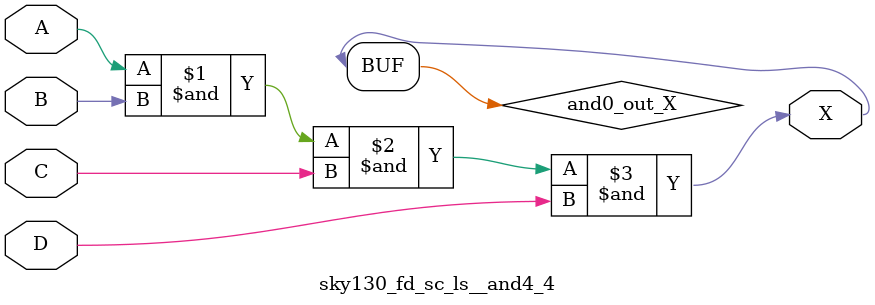
<source format=v>
/*
 * Copyright 2020 The SkyWater PDK Authors
 *
 * Licensed under the Apache License, Version 2.0 (the "License");
 * you may not use this file except in compliance with the License.
 * You may obtain a copy of the License at
 *
 *     https://www.apache.org/licenses/LICENSE-2.0
 *
 * Unless required by applicable law or agreed to in writing, software
 * distributed under the License is distributed on an "AS IS" BASIS,
 * WITHOUT WARRANTIES OR CONDITIONS OF ANY KIND, either express or implied.
 * See the License for the specific language governing permissions and
 * limitations under the License.
 *
 * SPDX-License-Identifier: Apache-2.0
*/


`ifndef SKY130_FD_SC_LS__AND4_4_FUNCTIONAL_V
`define SKY130_FD_SC_LS__AND4_4_FUNCTIONAL_V

/**
 * and4: 4-input AND.
 *
 * Verilog simulation functional model.
 */

`timescale 1ns / 1ps
`default_nettype none

`celldefine
module sky130_fd_sc_ls__and4_4 (
    X,
    A,
    B,
    C,
    D
);

    // Module ports
    output X;
    input  A;
    input  B;
    input  C;
    input  D;

    // Local signals
    wire and0_out_X;

    //  Name  Output      Other arguments
    and and0 (and0_out_X, A, B, C, D     );
    buf buf0 (X         , and0_out_X     );

endmodule
`endcelldefine

`default_nettype wire
`endif  // SKY130_FD_SC_LS__AND4_4_FUNCTIONAL_V

</source>
